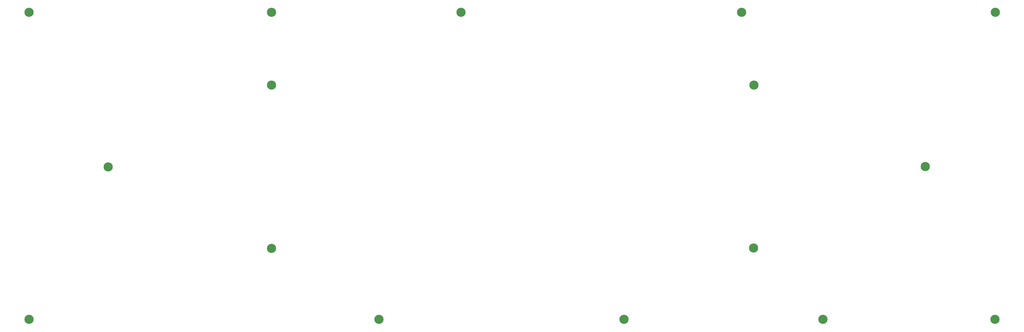
<source format=gbr>
%TF.GenerationSoftware,KiCad,Pcbnew,(6.0.2)*%
%TF.CreationDate,2022-03-07T01:54:04+09:00*%
%TF.ProjectId,presplit_39key_plate2,70726573-706c-4697-945f-33396b65795f,rev?*%
%TF.SameCoordinates,Original*%
%TF.FileFunction,Soldermask,Top*%
%TF.FilePolarity,Negative*%
%FSLAX46Y46*%
G04 Gerber Fmt 4.6, Leading zero omitted, Abs format (unit mm)*
G04 Created by KiCad (PCBNEW (6.0.2)) date 2022-03-07 01:54:04*
%MOMM*%
%LPD*%
G01*
G04 APERTURE LIST*
%ADD10C,2.150000*%
G04 APERTURE END LIST*
D10*
%TO.C,*%
X80675000Y-79425000D03*
%TD*%
%TO.C,*%
X80699920Y-41323571D03*
%TD*%
%TO.C,*%
X42573094Y-60397260D03*
%TD*%
%TO.C,*%
X24125000Y-96100000D03*
%TD*%
%TO.C,*%
X233149814Y-60346984D03*
%TD*%
%TO.C,*%
X249500000Y-24275000D03*
%TD*%
%TO.C,*%
X190300000Y-24275000D03*
%TD*%
%TO.C,*%
X24125000Y-24275000D03*
%TD*%
%TO.C,*%
X209325000Y-96100000D03*
%TD*%
%TO.C,*%
X162925000Y-96100000D03*
%TD*%
%TO.C,*%
X80700000Y-24275000D03*
%TD*%
%TO.C,*%
X193173337Y-41296904D03*
%TD*%
%TO.C,*%
X249450000Y-96100000D03*
%TD*%
%TO.C,*%
X124850000Y-24275000D03*
%TD*%
%TO.C,*%
X105725000Y-96100000D03*
%TD*%
%TO.C,*%
X193148417Y-79398333D03*
%TD*%
M02*

</source>
